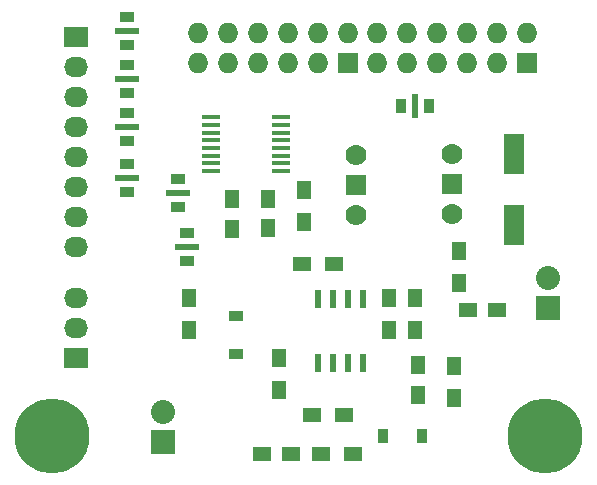
<source format=gts>
%FSLAX46Y46*%
G04 Gerber Fmt 4.6, Leading zero omitted, Abs format (unit mm)*
G04 Created by KiCad (PCBNEW (2014-10-27 BZR 5228)-product) date 28/06/2015 08:06:50*
%MOMM*%
G01*
G04 APERTURE LIST*
%ADD10C,0.100000*%
%ADD11R,1.800860X3.500120*%
%ADD12R,1.250000X1.500000*%
%ADD13R,1.500000X1.250000*%
%ADD14R,1.249680X0.899160*%
%ADD15R,1.998980X0.500380*%
%ADD16R,0.899160X1.249680*%
%ADD17R,0.500380X1.998980*%
%ADD18R,2.032000X2.032000*%
%ADD19O,2.032000X2.032000*%
%ADD20R,2.032000X1.727200*%
%ADD21O,2.032000X1.727200*%
%ADD22R,1.727200X1.727200*%
%ADD23O,1.727200X1.727200*%
%ADD24C,1.778000*%
%ADD25R,1.778000X1.778000*%
%ADD26R,1.500000X1.300000*%
%ADD27R,1.300000X1.500000*%
%ADD28R,1.500000X0.450000*%
%ADD29C,6.350000*%
%ADD30R,0.600000X1.550000*%
%ADD31R,0.910000X1.220000*%
%ADD32R,1.220000X0.910000*%
G04 APERTURE END LIST*
D10*
D11*
X157800000Y-112550260D03*
X157800000Y-118549740D03*
D12*
X136900000Y-116300000D03*
X136900000Y-118800000D03*
X133900000Y-116350000D03*
X133900000Y-118850000D03*
D13*
X153850000Y-125750000D03*
X156350000Y-125750000D03*
D14*
X129286000Y-114625120D03*
X129286000Y-117022880D03*
D15*
X129286000Y-115824000D03*
D16*
X148201120Y-108500000D03*
X150598880Y-108500000D03*
D17*
X149400000Y-108500000D03*
D14*
X130048000Y-119197120D03*
X130048000Y-121594880D03*
D15*
X130048000Y-120396000D03*
D18*
X160650000Y-125600000D03*
D19*
X160650000Y-123060000D03*
D20*
X120650000Y-129794000D03*
D21*
X120650000Y-127254000D03*
X120650000Y-124714000D03*
D22*
X143700000Y-104800000D03*
D23*
X143700000Y-102260000D03*
X141160000Y-104800000D03*
X141160000Y-102260000D03*
X138620000Y-104800000D03*
X138620000Y-102260000D03*
X136080000Y-104800000D03*
X136080000Y-102260000D03*
X133540000Y-104800000D03*
X133540000Y-102260000D03*
X131000000Y-104800000D03*
X131000000Y-102260000D03*
D22*
X158900000Y-104800000D03*
D23*
X158900000Y-102260000D03*
X156360000Y-104800000D03*
X156360000Y-102260000D03*
X153820000Y-104800000D03*
X153820000Y-102260000D03*
X151280000Y-104800000D03*
X151280000Y-102260000D03*
X148740000Y-104800000D03*
X148740000Y-102260000D03*
X146200000Y-104800000D03*
X146200000Y-102260000D03*
D24*
X152500000Y-117640000D03*
D25*
X152500000Y-115100000D03*
D24*
X152500000Y-112560000D03*
X144350000Y-117690000D03*
D25*
X144350000Y-115150000D03*
D24*
X144350000Y-112610000D03*
D12*
X149650000Y-132900000D03*
X149650000Y-130400000D03*
D18*
X128016000Y-136906000D03*
D19*
X128016000Y-134366000D03*
D26*
X141398000Y-137922000D03*
X144098000Y-137922000D03*
X143336000Y-134620000D03*
X140636000Y-134620000D03*
D27*
X152650000Y-133150000D03*
X152650000Y-130450000D03*
X137900000Y-129800000D03*
X137900000Y-132500000D03*
X130250000Y-124750000D03*
X130250000Y-127450000D03*
X147150000Y-124750000D03*
X147150000Y-127450000D03*
X149350000Y-124750000D03*
X149350000Y-127450000D03*
D26*
X139850000Y-121800000D03*
X142550000Y-121800000D03*
D28*
X132100000Y-109425000D03*
X132100000Y-110075000D03*
X132100000Y-110725000D03*
X132100000Y-111375000D03*
X132100000Y-112025000D03*
X132100000Y-112675000D03*
X132100000Y-113325000D03*
X132100000Y-113975000D03*
X138000000Y-113975000D03*
X138000000Y-113325000D03*
X138000000Y-112675000D03*
X138000000Y-112025000D03*
X138000000Y-111375000D03*
X138000000Y-110725000D03*
X138000000Y-110075000D03*
X138000000Y-109425000D03*
D29*
X118618000Y-136398000D03*
X160400000Y-136400000D03*
D30*
X141145000Y-130200000D03*
X142415000Y-130200000D03*
X143685000Y-130200000D03*
X144955000Y-130200000D03*
X144955000Y-124800000D03*
X143685000Y-124800000D03*
X142415000Y-124800000D03*
X141145000Y-124800000D03*
D13*
X138918000Y-137922000D03*
X136418000Y-137922000D03*
D31*
X146701000Y-136398000D03*
X149971000Y-136398000D03*
D32*
X134250000Y-129485000D03*
X134250000Y-126215000D03*
D27*
X153100000Y-123450000D03*
X153100000Y-120750000D03*
X140000000Y-115600000D03*
X140000000Y-118300000D03*
D14*
X124968000Y-103306880D03*
X124968000Y-100909120D03*
D15*
X124968000Y-102108000D03*
D14*
X124968000Y-111434880D03*
X124968000Y-109037120D03*
D15*
X124968000Y-110236000D03*
D14*
X124968000Y-107370880D03*
X124968000Y-104973120D03*
D15*
X124968000Y-106172000D03*
D14*
X124968000Y-113355120D03*
X124968000Y-115752880D03*
D15*
X124968000Y-114554000D03*
D20*
X120650000Y-102616000D03*
D21*
X120650000Y-105156000D03*
X120650000Y-107696000D03*
X120650000Y-110236000D03*
X120650000Y-112776000D03*
X120650000Y-115316000D03*
X120650000Y-117856000D03*
X120650000Y-120396000D03*
M02*

</source>
